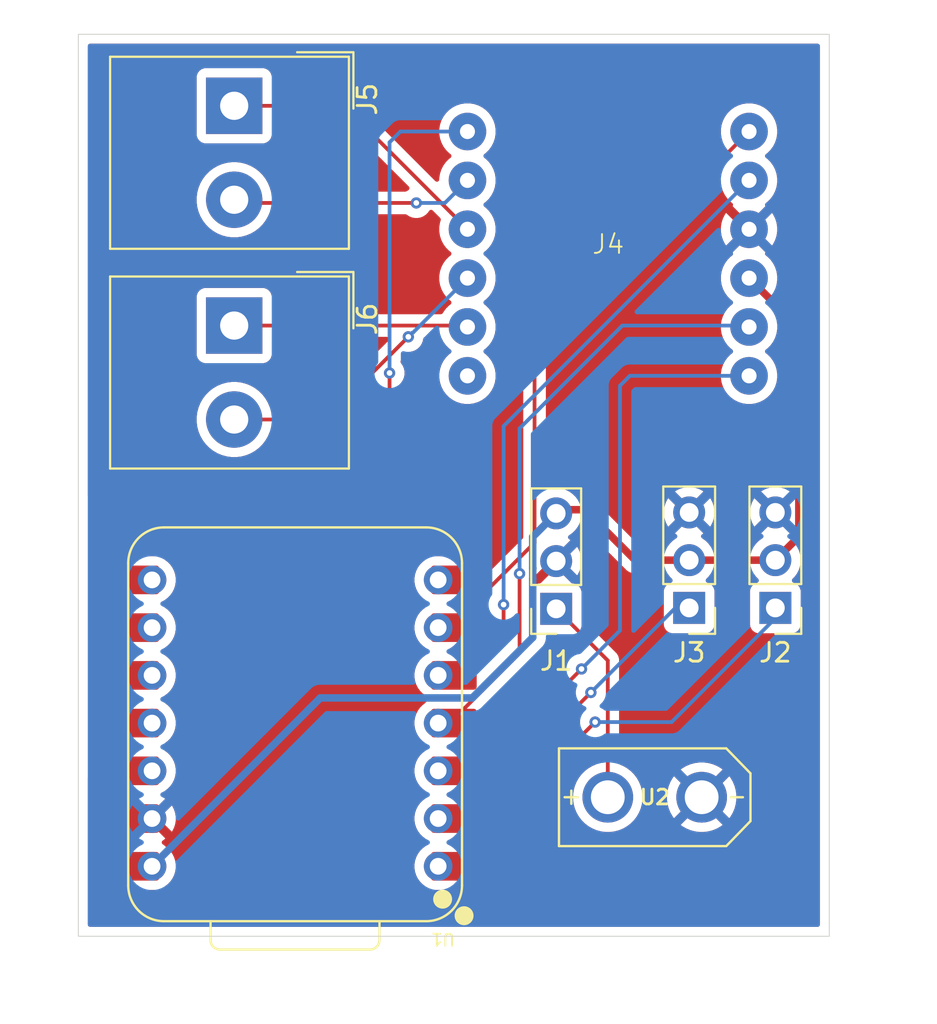
<source format=kicad_pcb>
(kicad_pcb (version 20241229) (generator "pcbnew") (generator_version "9.0")
  (layers (0 "F.Cu" signal) (2 "B.Cu" signal) (13 "F.Paste" user) (15 "B.Paste" user) (5 "F.SilkS" user "F.Silkscreen") (7 "B.SilkS" user "B.Silkscreen") (1 "F.Mask" user) (3 "B.Mask" user) (25 "Edge.Cuts" user))
  (net 0 "")
  (net 1 "Net-(J1-Pin_1)")
  (net 2 "GND")
  (net 3 "/vcc_5v")
  (net 4 "/gpio2")
  (net 5 "/gpio3")
  (net 6 "Net-(J4-Pin_2)")
  (net 7 "Net-(J4-Pin_1)")
  (net 8 "Net-(J4-Pin_5)")
  (net 9 "Net-(J4-Pin_8)")
  (net 10 "Net-(J4-Pin_3)")
  (net 11 "Net-(J4-Pin_4)")
  (net 13 "Net-(J4-Pin_7)")
  (net 14 "Net-(J4-Pin_12)")
  (net 15 "Net-(J4-Pin_11)")
  (footprint "xiao:XIAO-ESP32C3-DIP" (layer "F.Cu") (at 139.225 100.055 180)
    (property "Reference" "U1" (at -8 -11.5 180) (layer "F.SilkS") (effects (font (size 0.635 0.635) (thickness 0.1016))))
    (property "Value" "XIAO-ESP32-C3-DIP")
    (fp_line (start 8.77 8.509) (end 8.77 -8.636) (stroke (width 0.127)) (layer "F.SilkS"))
    (fp_line (start 6.865 -10.541) (end -7.105 -10.541) (stroke (width 0.1)) (layer "F.SilkS"))
    (fp_line (start 6.865 -10.541) (end -7.105 -10.541) (stroke (width 0.127)) (layer "F.SilkS"))
    (fp_line (start 4.384 -11.551) (end 4.384 -10.541) (stroke (width 0.127)) (layer "F.SilkS"))
    (fp_line (start -4.111272 -12.051) (end 3.884 -12.051) (stroke (width 0.127)) (layer "F.SilkS"))
    (fp_line (start -4.615 -10.541) (end -4.611272 -11.551272) (stroke (width 0.127)) (layer "F.SilkS"))
    (fp_line (start -7.105 10.414) (end 6.865 10.414) (stroke (width 0.127)) (layer "F.SilkS"))
    (fp_line (start -9.01 8.509) (end -9.01 -8.636) (stroke (width 0.127)) (layer "F.SilkS"))
    (fp_arc (start 8.77 8.509) (mid 8.212038 9.856038) (end 6.865 10.414) (stroke (width 0.127)) (layer "F.SilkS"))
    (fp_arc (start 6.865 -10.541) (mid 8.212038 -9.983038) (end 8.77 -8.636) (stroke (width 0.127)) (layer "F.SilkS"))
    (fp_arc (start 3.884 -12.051) (mid 4.237553 -11.904553) (end 4.384 -11.551) (stroke (width 0.127)) (layer "F.SilkS"))
    (fp_arc (start -4.611272 -11.551272) (mid -4.464728 -11.90464) (end -4.111272 -12.051) (stroke (width 0.127)) (layer "F.SilkS"))
    (fp_arc (start -7.105 10.414) (mid -8.452038 9.856038) (end -9.01 8.509) (stroke (width 0.127)) (layer "F.SilkS"))
    (fp_arc (start -9.01 -8.636) (mid -8.452038 -9.983038) (end -7.105 -10.541) (stroke (width 0.127)) (layer "F.SilkS"))
    (fp_circle (center -7.977 -9.37) (end -7.977 -9.624) (stroke (width 0.5)) (fill yes) (layer "F.SilkS"))
    (fp_circle (center -9.12 -10.25) (end -9.12 -10.504) (stroke (width 0.5)) (fill yes) (layer "F.SilkS"))
    (pad "1" smd roundrect (at -8.575 -7.62) (size 2.432 1.524) (layers "F.Cu" "F.Mask") (roundrect_rratio 0.1) (net 4 "/gpio2"))
    (pad "1" thru_hole circle (at -7.74 -7.62) (size 1.524 1.524) (drill 0.889) (layers "*.Cu" "*.Mask") (net 4 "/gpio2"))
    (pad "2" smd roundrect (at -8.575 -5.08) (size 2.432 1.524) (layers "F.Cu" "F.Mask") (roundrect_rratio 0.1) (net 5 "/gpio3"))
    (pad "2" thru_hole circle (at -7.74 -5.08) (size 1.524 1.524) (drill 0.889) (layers "*.Cu" "*.Mask") (net 5 "/gpio3"))
    (pad "3" smd roundrect (at -8.575 -2.54) (size 2.432 1.524) (layers "F.Cu" "F.Mask") (roundrect_rratio 0.1) (net 14 "Net-(J4-Pin_12)"))
    (pad "3" thru_hole circle (at -7.74 -2.54) (size 1.524 1.524) (drill 0.889) (layers "*.Cu" "*.Mask") (net 14 "Net-(J4-Pin_12)"))
    (pad "4" smd roundrect (at -8.575 0) (size 2.432 1.524) (layers "F.Cu" "F.Mask") (roundrect_rratio 0.1) (net 15 "Net-(J4-Pin_11)"))
    (pad "4" thru_hole circle (at -7.74 0) (size 1.524 1.524) (drill 0.889) (layers "*.Cu" "*.Mask") (net 15 "Net-(J4-Pin_11)"))
    (pad "5" smd roundrect (at -8.575 2.54) (size 2.432 1.524) (layers "F.Cu" "F.Mask") (roundrect_rratio 0.1) (net 9 "Net-(J4-Pin_8)"))
    (pad "5" thru_hole circle (at -7.74 2.54) (size 1.524 1.524) (drill 0.889) (layers "*.Cu" "*.Mask") (net 9 "Net-(J4-Pin_8)"))
    (pad "6" smd roundrect (at -8.575 5.08) (size 2.432 1.524) (layers "F.Cu" "F.Mask") (roundrect_rratio 0.1) (net 13 "Net-(J4-Pin_7)"))
    (pad "6" thru_hole circle (at -7.74 5.08) (size 1.524 1.524) (drill 0.889) (layers "*.Cu" "*.Mask") (net 13 "Net-(J4-Pin_7)"))
    (pad "7" smd roundrect (at -8.575 7.62) (size 2.432 1.524) (layers "F.Cu" "F.Mask") (roundrect_rratio 0.1))
    (pad "7" thru_hole circle (at -7.74 7.62) (size 1.524 1.524) (drill 0.889) (layers "*.Cu" "*.Mask"))
    (pad "8" thru_hole circle (at 7.5 7.62 180) (size 1.524 1.524) (drill 0.889) (layers "*.Cu" "*.Mask"))
    (pad "8" smd roundrect (at 8.335 7.62 180) (size 2.432 1.524) (layers "F.Cu" "F.Mask") (roundrect_rratio 0.1))
    (pad "9" thru_hole circle (at 7.5 5.08 180) (size 1.524 1.524) (drill 0.889) (layers "*.Cu" "*.Mask"))
    (pad "9" smd roundrect (at 8.335 5.08 180) (size 2.432 1.524) (layers "F.Cu" "F.Mask") (roundrect_rratio 0.1))
    (pad "10" thru_hole circle (at 7.5 2.54 180) (size 1.524 1.524) (drill 0.889) (layers "*.Cu" "*.Mask"))
    (pad "10" smd roundrect (at 8.335 2.54 180) (size 2.432 1.524) (layers "F.Cu" "F.Mask") (roundrect_rratio 0.1))
    (pad "11" thru_hole circle (at 7.5 0 180) (size 1.524 1.524) (drill 0.889) (layers "*.Cu" "*.Mask"))
    (pad "11" smd roundrect (at 8.335 0 180) (size 2.432 1.524) (layers "F.Cu" "F.Mask") (roundrect_rratio 0.1))
    (pad "12" thru_hole circle (at 7.5 -2.54 180) (size 1.524 1.524) (drill 0.889) (layers "*.Cu" "*.Mask") (net 7 "Net-(J4-Pin_1)"))
    (pad "12" smd roundrect (at 8.335 -2.54 180) (size 2.432 1.524) (layers "F.Cu" "F.Mask") (roundrect_rratio 0.1) (net 7 "Net-(J4-Pin_1)"))
    (pad "13" thru_hole circle (at 7.5 -5.08 180) (size 1.524 1.524) (drill 0.889) (layers "*.Cu" "*.Mask") (net 2 "GND"))
    (pad "13" smd roundrect (at 8.335 -5.08 180) (size 2.432 1.524) (layers "F.Cu" "F.Mask") (roundrect_rratio 0.1) (net 2 "GND"))
    (pad "14" thru_hole circle (at 7.5 -7.62 180) (size 1.524 1.524) (drill 0.889) (layers "*.Cu" "*.Mask") (net 3 "/vcc_5v"))
    (pad "14" smd roundrect (at 8.335 -7.62 180) (size 2.432 1.524) (layers "F.Cu" "F.Mask") (roundrect_rratio 0.1) (net 3 "/vcc_5v"))
  )
  (footprint "Connector_PinSocket_2.54mm:PinSocket_1x03_P2.54mm_Vertical" (layer "F.Cu") (at 153.25 93.975 180)
    (property "Reference" "J1" (at 0 -2.77 0) (layer "F.SilkS"))
    (property "Value" "Conn_01x03")
    (fp_line (start 1.33 1.27) (end 1.33 6.41) (stroke (width 0.12)) (layer "F.SilkS"))
    (fp_line (start 1.33 -1.33) (end 1.33 0) (stroke (width 0.12)) (layer "F.SilkS"))
    (fp_line (start 0 -1.33) (end 1.33 -1.33) (stroke (width 0.12)) (layer "F.SilkS"))
    (fp_line (start -1.33 6.41) (end 1.33 6.41) (stroke (width 0.12)) (layer "F.SilkS"))
    (fp_line (start -1.33 1.27) (end 1.33 1.27) (stroke (width 0.12)) (layer "F.SilkS"))
    (fp_line (start -1.33 1.27) (end -1.33 6.41) (stroke (width 0.12)) (layer "F.SilkS"))
    (pad "1" thru_hole rect (at 0 0 180) (size 1.7 1.7) (drill 1) (layers "*.Cu" "*.Mask") (net 1 "Net-(J1-Pin_1)"))
    (pad "2" thru_hole circle (at 0 2.54 180) (size 1.7 1.7) (drill 1) (layers "*.Cu" "*.Mask") (net 2 "GND"))
    (pad "3" thru_hole circle (at 0 5.08 180) (size 1.7 1.7) (drill 1) (layers "*.Cu" "*.Mask") (net 3 "/vcc_5v"))
  )
  (footprint "TerminalBlock_Altech:Altech_AK300_1x02_P5.00mm_45-Degree" (layer "F.Cu") (at 136.1 67.205 -90)
    (property "Reference" "J5" (at -0.35 -7.09 90) (layer "F.SilkS"))
    (property "Value" "Conn_01x02")
    (fp_line (start -2.61 6.61) (end 7.61 6.61) (stroke (width 0.12)) (layer "F.SilkS"))
    (fp_line (start -2.85 -3.35) (end -2.85 -6.35) (stroke (width 0.12)) (layer "F.SilkS"))
    (fp_line (start -2.61 -6.11) (end -2.61 6.61) (stroke (width 0.12)) (layer "F.SilkS"))
    (fp_line (start -2.61 -6.11) (end 7.61 -6.11) (stroke (width 0.12)) (layer "F.SilkS"))
    (fp_line (start 7.61 -6.11) (end 7.61 6.61) (stroke (width 0.12)) (layer "F.SilkS"))
    (fp_line (start -2.85 -6.35) (end 0.15 -6.35) (stroke (width 0.12)) (layer "F.SilkS"))
    (pad "1" thru_hole rect (at 0 0 270) (size 3 3) (drill 1.5) (layers "*.Cu" "*.Mask") (net 10 "Net-(J4-Pin_3)"))
    (pad "2" thru_hole circle (at 5 0 270) (size 3 3) (drill 1.5) (layers "*.Cu" "*.Mask") (net 6 "Net-(J4-Pin_2)"))
  )
  (footprint "drv8833:drv8833" (layer "F.Cu") (at 156.025 75.075)
    (property "Reference" "J4" (at 0 -0.5 0) (layer "F.SilkS") (effects (font (thickness 0.1))))
    (property "Value" "Conn_01x12")
    (pad "1" thru_hole circle (at -7.5 -6.5) (size 2 2) (drill 0.8) (layers "*.Cu" "*.Mask") (net 7 "Net-(J4-Pin_1)"))
    (pad "2" thru_hole circle (at -7.5 -3.9) (size 2 2) (drill 0.8) (layers "*.Cu" "*.Mask") (net 6 "Net-(J4-Pin_2)"))
    (pad "3" thru_hole circle (at -7.5 -1.3) (size 2 2) (drill 0.8) (layers "*.Cu" "*.Mask") (net 10 "Net-(J4-Pin_3)"))
    (pad "4" thru_hole circle (at -7.5 1.3) (size 2 2) (drill 0.8) (layers "*.Cu" "*.Mask") (net 11 "Net-(J4-Pin_4)"))
    (pad "5" thru_hole circle (at -7.5 3.9) (size 2 2) (drill 0.8) (layers "*.Cu" "*.Mask") (net 8 "Net-(J4-Pin_5)"))
    (pad "6" thru_hole circle (at -7.5 6.5) (size 2 2) (drill 0.8) (layers "*.Cu" "*.Mask"))
    (pad "7" thru_hole circle (at 7.5 -6.5) (size 2 2) (drill 0.8) (layers "*.Cu" "*.Mask") (net 13 "Net-(J4-Pin_7)"))
    (pad "8" thru_hole circle (at 7.5 -3.9) (size 2 2) (drill 0.8) (layers "*.Cu" "*.Mask") (net 9 "Net-(J4-Pin_8)"))
    (pad "9" thru_hole circle (at 7.5 -1.3) (size 2 2) (drill 0.8) (layers "*.Cu" "*.Mask") (net 2 "GND"))
    (pad "10" thru_hole circle (at 7.5 1.3) (size 2 2) (drill 0.8) (layers "*.Cu" "*.Mask") (net 3 "/vcc_5v"))
    (pad "11" thru_hole circle (at 7.5 3.9) (size 2 2) (drill 0.8) (layers "*.Cu" "*.Mask") (net 15 "Net-(J4-Pin_11)"))
    (pad "12" thru_hole circle (at 7.5 6.5) (size 2 2) (drill 0.8) (layers "*.Cu" "*.Mask") (net 14 "Net-(J4-Pin_12)"))
  )
  (footprint "Connector_PinHeader_2.54mm:PinHeader_1x03_P2.54mm_Vertical" (layer "F.Cu") (at 164.925 93.925 180)
    (property "Reference" "J2" (at 0 -2.38 0) (layer "F.SilkS"))
    (property "Value" "Conn_01x03")
    (fp_line (start 1.38 1.27) (end 1.38 6.46) (stroke (width 0.12)) (layer "F.SilkS"))
    (fp_line (start -1.38 6.46) (end 1.38 6.46) (stroke (width 0.12)) (layer "F.SilkS"))
    (fp_line (start -1.38 1.27) (end 1.38 1.27) (stroke (width 0.12)) (layer "F.SilkS"))
    (fp_line (start -1.38 1.27) (end -1.38 6.46) (stroke (width 0.12)) (layer "F.SilkS"))
    (fp_line (start -1.38 0) (end -1.38 -1.38) (stroke (width 0.12)) (layer "F.SilkS"))
    (fp_line (start -1.38 -1.38) (end 0 -1.38) (stroke (width 0.12)) (layer "F.SilkS"))
    (pad "1" thru_hole rect (at 0 0 180) (size 1.7 1.7) (drill 1) (layers "*.Cu" "*.Mask") (net 4 "/gpio2"))
    (pad "2" thru_hole circle (at 0 2.54 180) (size 1.7 1.7) (drill 1) (layers "*.Cu" "*.Mask") (net 3 "/vcc_5v"))
    (pad "3" thru_hole circle (at 0 5.08 180) (size 1.7 1.7) (drill 1) (layers "*.Cu" "*.Mask") (net 2 "GND"))
  )
  (footprint "Connector_PinHeader_2.54mm:PinHeader_1x03_P2.54mm_Vertical" (layer "F.Cu") (at 160.335 93.925 180)
    (property "Reference" "J3" (at 0 -2.38 0) (layer "F.SilkS"))
    (property "Value" "Conn_01x03")
    (fp_line (start 1.38 1.27) (end 1.38 6.46) (stroke (width 0.12)) (layer "F.SilkS"))
    (fp_line (start -1.38 6.46) (end 1.38 6.46) (stroke (width 0.12)) (layer "F.SilkS"))
    (fp_line (start -1.38 1.27) (end 1.38 1.27) (stroke (width 0.12)) (layer "F.SilkS"))
    (fp_line (start -1.38 1.27) (end -1.38 6.46) (stroke (width 0.12)) (layer "F.SilkS"))
    (fp_line (start -1.38 0) (end -1.38 -1.38) (stroke (width 0.12)) (layer "F.SilkS"))
    (fp_line (start -1.38 -1.38) (end 0 -1.38) (stroke (width 0.12)) (layer "F.SilkS"))
    (pad "1" thru_hole rect (at 0 0 180) (size 1.7 1.7) (drill 1) (layers "*.Cu" "*.Mask") (net 5 "/gpio3"))
    (pad "2" thru_hole circle (at 0 2.54 180) (size 1.7 1.7) (drill 1) (layers "*.Cu" "*.Mask") (net 3 "/vcc_5v"))
    (pad "3" thru_hole circle (at 0 5.08 180) (size 1.7 1.7) (drill 1) (layers "*.Cu" "*.Mask") (net 2 "GND"))
  )
  (footprint "TerminalBlock_Altech:Altech_AK300_1x02_P5.00mm_45-Degree" (layer "F.Cu") (at 136.1 78.9 -90)
    (property "Reference" "J6" (at -0.35 -7.09 90) (layer "F.SilkS"))
    (property "Value" "Conn_01x02")
    (fp_line (start -2.61 6.61) (end 7.61 6.61) (stroke (width 0.12)) (layer "F.SilkS"))
    (fp_line (start -2.85 -3.35) (end -2.85 -6.35) (stroke (width 0.12)) (layer "F.SilkS"))
    (fp_line (start -2.61 -6.11) (end -2.61 6.61) (stroke (width 0.12)) (layer "F.SilkS"))
    (fp_line (start -2.61 -6.11) (end 7.61 -6.11) (stroke (width 0.12)) (layer "F.SilkS"))
    (fp_line (start 7.61 -6.11) (end 7.61 6.61) (stroke (width 0.12)) (layer "F.SilkS"))
    (fp_line (start -2.85 -6.35) (end 0.15 -6.35) (stroke (width 0.12)) (layer "F.SilkS"))
    (pad "1" thru_hole rect (at 0 0 270) (size 3 3) (drill 1.5) (layers "*.Cu" "*.Mask") (net 8 "Net-(J4-Pin_5)"))
    (pad "2" thru_hole circle (at 5 0 270) (size 3 3) (drill 1.5) (layers "*.Cu" "*.Mask") (net 11 "Net-(J4-Pin_4)"))
  )
  (footprint "xt30:XT30UPB-M" (layer "F.Cu") (at 158.5 104)
    (property "Reference" "U2" (at 0 0 0) (layer "F.SilkS") (effects (font (size 0.787402 0.787402))))
    (property "Value" "XT30UPB-M")
    (fp_line (start -5.1 -2.6) (end -5.1 2.6) (stroke (width 0.127)) (layer "F.SilkS"))
    (fp_line (start -5.1 2.6) (end 3.81 2.6) (stroke (width 0.127)) (layer "F.SilkS"))
    (fp_line (start -4.8 0) (end -4.1 0) (stroke (width 0.127)) (layer "F.SilkS"))
    (fp_line (start -4.445 -0.35) (end -4.445 0.35) (stroke (width 0.127)) (layer "F.SilkS"))
    (fp_line (start 3.81 -2.6) (end -5.1 -2.6) (stroke (width 0.127)) (layer "F.SilkS"))
    (fp_line (start 3.81 2.6) (end 5.1 1.27) (stroke (width 0.127)) (layer "F.SilkS"))
    (fp_line (start 4.064 0) (end 4.699 0) (stroke (width 0.127)) (layer "F.SilkS"))
    (fp_line (start 5.1 -1.27) (end 3.81 -2.6) (stroke (width 0.127)) (layer "F.SilkS"))
    (fp_line (start 5.1 1.27) (end 5.1 -1.27) (stroke (width 0.127)) (layer "F.SilkS"))
    (pad "P$1" thru_hole circle (at -2.5 0) (size 2.7 2.7) (drill 1.8) (layers "*.Cu" "*.Mask") (net 1 "Net-(J1-Pin_1)"))
    (pad "P$2" thru_hole circle (at 2.5 0) (size 2.7 2.7) (drill 1.8) (layers "*.Cu" "*.Mask") (net 2 "GND"))
  )
  (gr_rect (start 127.8 63.4) (end 167.8 111.4) (stroke (width 0.05)) (fill no) (layer "Edge.Cuts"))
  (segment (start 156 96.725) (end 153.25 93.975) (width 0.2) (layer "F.Cu") (net 1))
  (segment (start 156 104) (end 156 96.725) (width 0.2) (layer "F.Cu") (net 1))
  (segment (start 157.46 91.385) (end 154.775 88.7) (width 0.4) (layer "F.Cu") (net 3))
  (segment (start 160.335 91.385) (end 157.46 91.385) (width 0.4) (layer "F.Cu") (net 3))
  (segment (start 166.176 90.134) (end 166.176 79.026) (width 0.4) (layer "F.Cu") (net 3))
  (segment (start 153.445 88.7) (end 153.25 88.895) (width 0.4) (layer "F.Cu") (net 3))
  (segment (start 166.176 79.026) (end 163.525 76.375) (width 0.4) (layer "F.Cu") (net 3))
  (segment (start 154.775 88.7) (end 153.445 88.7) (width 0.4) (layer "F.Cu") (net 3))
  (segment (start 160.335 91.385) (end 164.925 91.385) (width 0.4) (layer "F.Cu") (net 3))
  (segment (start 164.925 91.385) (end 166.176 90.134) (width 0.4) (layer "F.Cu") (net 3))
  (segment (start 131.725 107.675) (end 140.684636 98.715364) (width 0.4) (layer "B.Cu") (net 3))
  (segment (start 152.002078 92.391442) (end 152.002078 91.810714) (width 0.4) (layer "B.Cu") (net 3))
  (segment (start 148.783884 98.715364) (end 152 95.499248) (width 0.4) (layer "B.Cu") (net 3))
  (segment (start 152 92.39352) (end 152.002078 92.391442) (width 0.4) (layer "B.Cu") (net 3))
  (segment (start 152 91.808636) (end 152 90.145) (width 0.4) (layer "B.Cu") (net 3))
  (segment (start 140.684636 98.715364) (end 148.783884 98.715364) (width 0.4) (layer "B.Cu") (net 3))
  (segment (start 152 90.145) (end 153.25 88.895) (width 0.4) (layer "B.Cu") (net 3))
  (segment (start 152.002078 91.810714) (end 152 91.808636) (width 0.4) (layer "B.Cu") (net 3))
  (segment (start 152 95.499248) (end 152 92.39352) (width 0.4) (layer "B.Cu") (net 3))
  (segment (start 146.965 107.675) (end 147.65 107.675) (width 0.2) (layer "F.Cu") (net 4))
  (segment (start 147.65 107.675) (end 155.325 100) (width 0.2) (layer "F.Cu") (net 4))
  (via (at 155.325 100) (size 0.6) (drill 0.3) (layers "F.Cu" "B.Cu") (net 4))
  (segment (start 164.925 94.475) (end 164.925 93.925) (width 0.2) (layer "B.Cu") (net 4))
  (segment (start 159.4 100) (end 164.925 94.475) (width 0.2) (layer "B.Cu") (net 4))
  (segment (start 155.325 100) (end 159.4 100) (width 0.2) (layer "B.Cu") (net 4))
  (segment (start 146.965 105.135) (end 148.39 105.135) (width 0.2) (layer "F.Cu") (net 5))
  (segment (start 148.39 105.135) (end 155.1 98.425) (width 0.2) (layer "F.Cu") (net 5))
  (via (at 155.1 98.425) (size 0.6) (drill 0.3) (layers "F.Cu" "B.Cu") (net 5))
  (segment (start 155.1 98.425) (end 159.6 93.925) (width 0.2) (layer "B.Cu") (net 5))
  (segment (start 159.6 93.925) (end 160.335 93.925) (width 0.2) (layer "B.Cu") (net 5))
  (segment (start 136.27 72.375) (end 145.8 72.375) (width 0.2) (layer "F.Cu") (net 6))
  (segment (start 136.1 72.205) (end 136.27 72.375) (width 0.2) (layer "F.Cu") (net 6))
  (via (at 145.8 72.375) (size 0.6) (drill 0.3) (layers "F.Cu" "B.Cu") (net 6))
  (segment (start 147.325 72.375) (end 148.525 71.175) (width 0.2) (layer "B.Cu") (net 6))
  (segment (start 145.8 72.375) (end 147.325 72.375) (width 0.2) (layer "B.Cu") (net 6))
  (segment (start 142.7 88.225) (end 129.175 88.225) (width 0.2) (layer "F.Cu") (net 7))
  (segment (start 144.375 81.425) (end 144.375 86.55) (width 0.2) (layer "F.Cu") (net 7))
  (segment (start 128.85 102.375) (end 129.07 102.595) (width 0.2) (layer "F.Cu") (net 7))
  (segment (start 144.375 86.55) (end 142.7 88.225) (width 0.2) (layer "F.Cu") (net 7))
  (segment (start 129.07 102.595) (end 131.725 102.595) (width 0.2) (layer "F.Cu") (net 7))
  (segment (start 128.85 88.55) (end 128.85 102.375) (width 0.2) (layer "F.Cu") (net 7))
  (segment (start 129.175 88.225) (end 128.85 88.55) (width 0.2) (layer "F.Cu") (net 7))
  (via (at 144.375 81.425) (size 0.6) (drill 0.3) (layers "F.Cu" "B.Cu") (net 7))
  (segment (start 144.95 68.575) (end 148.525 68.575) (width 0.2) (layer "B.Cu") (net 7))
  (segment (start 144.375 69.15) (end 144.95 68.575) (width 0.2) (layer "B.Cu") (net 7))
  (segment (start 144.375 81.425) (end 144.375 69.15) (width 0.2) (layer "B.Cu") (net 7))
  (segment (start 136.1 78.9) (end 148.45 78.9) (width 0.2) (layer "F.Cu") (net 8))
  (segment (start 148.45 78.9) (end 148.525 78.975) (width 0.2) (layer "F.Cu") (net 8))
  (segment (start 147.685 97.515) (end 150.45 94.75) (width 0.2) (layer "F.Cu") (net 9))
  (segment (start 146.965 97.515) (end 147.685 97.515) (width 0.2) (layer "F.Cu") (net 9))
  (segment (start 150.45 94.75) (end 150.45 93.75) (width 0.2) (layer "F.Cu") (net 9))
  (via (at 150.45 93.75) (size 0.6) (drill 0.3) (layers "F.Cu" "B.Cu") (net 9))
  (segment (start 150.45 84.25) (end 163.525 71.175) (width 0.2) (layer "B.Cu") (net 9))
  (segment (start 150.45 93.75) (end 150.45 84.25) (width 0.2) (layer "B.Cu") (net 9))
  (segment (start 141.955 67.205) (end 148.525 73.775) (width 0.2) (layer "F.Cu") (net 10))
  (segment (start 136.1 67.205) (end 141.955 67.205) (width 0.2) (layer "F.Cu") (net 10))
  (segment (start 140.975 83.9) (end 145.375 79.5) (width 0.2) (layer "F.Cu") (net 11))
  (segment (start 136.1 83.9) (end 140.975 83.9) (width 0.2) (layer "F.Cu") (net 11))
  (via (at 145.375 79.5) (size 0.6) (drill 0.3) (layers "F.Cu" "B.Cu") (net 11))
  (segment (start 145.625 79.275) (end 148.525 76.375) (width 0.2) (layer "B.Cu") (net 11))
  (segment (start 145.6 79.275) (end 145.625 79.275) (width 0.2) (layer "B.Cu") (net 11))
  (segment (start 145.375 79.5) (end 145.6 79.275) (width 0.2) (layer "B.Cu") (net 11))
  (segment (start 147.578626 94.975) (end 152.099 90.454626) (width 0.2) (layer "F.Cu") (net 13))
  (segment (start 146.965 94.975) (end 147.578626 94.975) (width 0.2) (layer "F.Cu") (net 13))
  (segment (start 152.099 90.454626) (end 152.099 80.001) (width 0.2) (layer "F.Cu") (net 13))
  (segment (start 152.099 80.001) (end 163.525 68.575) (width 0.2) (layer "F.Cu") (net 13))
  (segment (start 146.965 102.595) (end 149.18 102.595) (width 0.2) (layer "F.Cu") (net 14))
  (segment (start 149.18 102.595) (end 154.6 97.175) (width 0.2) (layer "F.Cu") (net 14))
  (via (at 154.6 97.175) (size 0.6) (drill 0.3) (layers "F.Cu" "B.Cu") (net 14))
  (segment (start 156.65 95.125) (end 154.6 97.175) (width 0.2) (layer "B.Cu") (net 14))
  (segment (start 163.525 81.575) (end 157.175 81.575) (width 0.2) (layer "B.Cu") (net 14))
  (segment (start 156.65 82.1) (end 156.65 95.125) (width 0.2) (layer "B.Cu") (net 14))
  (segment (start 157.175 81.575) (end 156.65 82.1) (width 0.2) (layer "B.Cu") (net 14))
  (segment (start 146.965 100.055) (end 147.578626 100.055) (width 0.2) (layer "F.Cu") (net 15))
  (segment (start 151.301078 96.332548) (end 151.301078 92.101078) (width 0.2) (layer "F.Cu") (net 15))
  (segment (start 147.578626 100.055) (end 151.301078 96.332548) (width 0.2) (layer "F.Cu") (net 15))
  (via (at 151.301078 92.101078) (size 0.6) (drill 0.3) (layers "F.Cu" "B.Cu") (net 15))
  (segment (start 151.301078 92.101078) (end 151.301078 84.373922) (width 0.2) (layer "B.Cu") (net 15))
  (segment (start 156.775 78.9) (end 163.45 78.9) (width 0.2) (layer "B.Cu") (net 15))
  (segment (start 151.301078 84.373922) (end 156.775 78.9) (width 0.2) (layer "B.Cu") (net 15))
  (segment (start 163.45 78.9) (end 163.525 78.975) (width 0.2) (layer "B.Cu") (net 15))
  (zone (net 2) (net_name "GND") (layers "F.Cu" "B.Cu") (connect_pads (clearance 0.5)) (min_thickness 0.25) (fill yes (thermal_gap 0.5) (thermal_bridge_width 0.5))
    (polygon (pts (xy 124.45 61.775) (xy 173.075 61.575) (xy 173.55 114.95) (xy 123.625 116.075)))
  )
)
</source>
